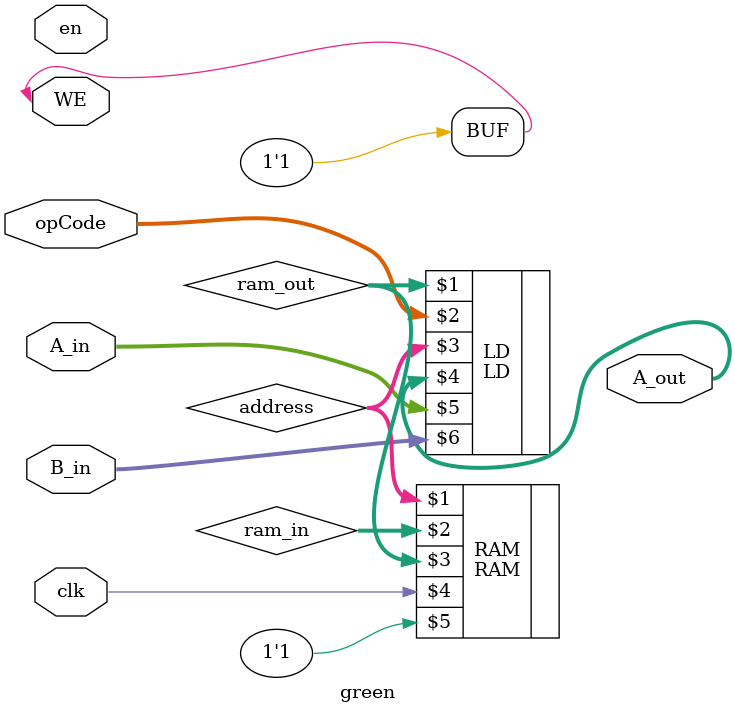
<source format=v>

module green(clk,en,WE,opCode,A_in,B_in,A_out);

    // Clock and enable
    input clk;
    input WE;
    input en;

    // Write Enable
    assign WE = 1;

    input [15:0]A_in;
    input [15:0]B_in;
    input [15:0]opCode;

    output [15:0]A_out;

    wire [15:0] ram_in;
    wire [15:0] ram_out;
    wire [7:0] address;

    LD LD(ram_out,opCode,address,A_out,A_in,B_in);
    //ST ST(A_in,B_in,opCode,ram_in,address);
    RAM RAM(address, ram_in, ram_out, clk, WE);
endmodule
</source>
